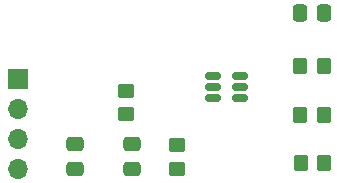
<source format=gbr>
%TF.GenerationSoftware,KiCad,Pcbnew,7.0.9*%
%TF.CreationDate,2024-01-31T11:52:48-08:00*%
%TF.ProjectId,breakout,62726561-6b6f-4757-942e-6b696361645f,rev?*%
%TF.SameCoordinates,Original*%
%TF.FileFunction,Soldermask,Top*%
%TF.FilePolarity,Negative*%
%FSLAX46Y46*%
G04 Gerber Fmt 4.6, Leading zero omitted, Abs format (unit mm)*
G04 Created by KiCad (PCBNEW 7.0.9) date 2024-01-31 11:52:48*
%MOMM*%
%LPD*%
G01*
G04 APERTURE LIST*
G04 Aperture macros list*
%AMRoundRect*
0 Rectangle with rounded corners*
0 $1 Rounding radius*
0 $2 $3 $4 $5 $6 $7 $8 $9 X,Y pos of 4 corners*
0 Add a 4 corners polygon primitive as box body*
4,1,4,$2,$3,$4,$5,$6,$7,$8,$9,$2,$3,0*
0 Add four circle primitives for the rounded corners*
1,1,$1+$1,$2,$3*
1,1,$1+$1,$4,$5*
1,1,$1+$1,$6,$7*
1,1,$1+$1,$8,$9*
0 Add four rect primitives between the rounded corners*
20,1,$1+$1,$2,$3,$4,$5,0*
20,1,$1+$1,$4,$5,$6,$7,0*
20,1,$1+$1,$6,$7,$8,$9,0*
20,1,$1+$1,$8,$9,$2,$3,0*%
G04 Aperture macros list end*
%ADD10RoundRect,0.150000X-0.512500X-0.150000X0.512500X-0.150000X0.512500X0.150000X-0.512500X0.150000X0*%
%ADD11RoundRect,0.250000X-0.350000X-0.450000X0.350000X-0.450000X0.350000X0.450000X-0.350000X0.450000X0*%
%ADD12RoundRect,0.250000X0.350000X0.450000X-0.350000X0.450000X-0.350000X-0.450000X0.350000X-0.450000X0*%
%ADD13RoundRect,0.250000X-0.450000X0.350000X-0.450000X-0.350000X0.450000X-0.350000X0.450000X0.350000X0*%
%ADD14R,1.700000X1.700000*%
%ADD15O,1.700000X1.700000*%
%ADD16RoundRect,0.250000X0.475000X-0.337500X0.475000X0.337500X-0.475000X0.337500X-0.475000X-0.337500X0*%
%ADD17RoundRect,0.250000X0.337500X0.475000X-0.337500X0.475000X-0.337500X-0.475000X0.337500X-0.475000X0*%
G04 APERTURE END LIST*
D10*
%TO.C,U1*%
X146823000Y-90424000D03*
X146823000Y-91374000D03*
X146823000Y-92324000D03*
X149098000Y-92324000D03*
X149098000Y-91374000D03*
X149098000Y-90424000D03*
%TD*%
D11*
%TO.C,R5*%
X154210000Y-97790000D03*
X156210000Y-97790000D03*
%TD*%
D12*
%TO.C,R4*%
X156194000Y-93726000D03*
X154194000Y-93726000D03*
%TD*%
%TO.C,R3*%
X156194000Y-89646000D03*
X154194000Y-89646000D03*
%TD*%
D13*
%TO.C,R2*%
X139446000Y-91710000D03*
X139446000Y-93710000D03*
%TD*%
%TO.C,R1*%
X143764000Y-96298000D03*
X143764000Y-98298000D03*
%TD*%
D14*
%TO.C,J1*%
X130302000Y-90678000D03*
D15*
X130302000Y-93218000D03*
X130302000Y-95758000D03*
X130302000Y-98298000D03*
%TD*%
D16*
%TO.C,C3*%
X139954000Y-98319500D03*
X139954000Y-96244500D03*
%TD*%
%TO.C,C2*%
X135128000Y-96244500D03*
X135128000Y-98319500D03*
%TD*%
D17*
%TO.C,C1*%
X154135000Y-85090000D03*
X156210000Y-85090000D03*
%TD*%
M02*

</source>
